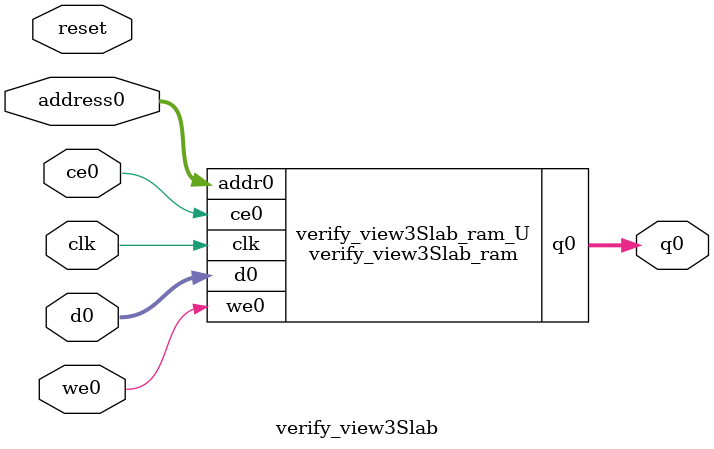
<source format=v>
`timescale 1 ns / 1 ps
module verify_view3Slab_ram (addr0, ce0, d0, we0, q0,  clk);

parameter DWIDTH = 32;
parameter AWIDTH = 12;
parameter MEM_SIZE = 3504;

input[AWIDTH-1:0] addr0;
input ce0;
input[DWIDTH-1:0] d0;
input we0;
output reg[DWIDTH-1:0] q0;
input clk;

(* ram_style = "block" *)reg [DWIDTH-1:0] ram[0:MEM_SIZE-1];




always @(posedge clk)  
begin 
    if (ce0) begin
        if (we0) 
            ram[addr0] <= d0; 
        q0 <= ram[addr0];
    end
end


endmodule

`timescale 1 ns / 1 ps
module verify_view3Slab(
    reset,
    clk,
    address0,
    ce0,
    we0,
    d0,
    q0);

parameter DataWidth = 32'd32;
parameter AddressRange = 32'd3504;
parameter AddressWidth = 32'd12;
input reset;
input clk;
input[AddressWidth - 1:0] address0;
input ce0;
input we0;
input[DataWidth - 1:0] d0;
output[DataWidth - 1:0] q0;



verify_view3Slab_ram verify_view3Slab_ram_U(
    .clk( clk ),
    .addr0( address0 ),
    .ce0( ce0 ),
    .we0( we0 ),
    .d0( d0 ),
    .q0( q0 ));

endmodule


</source>
